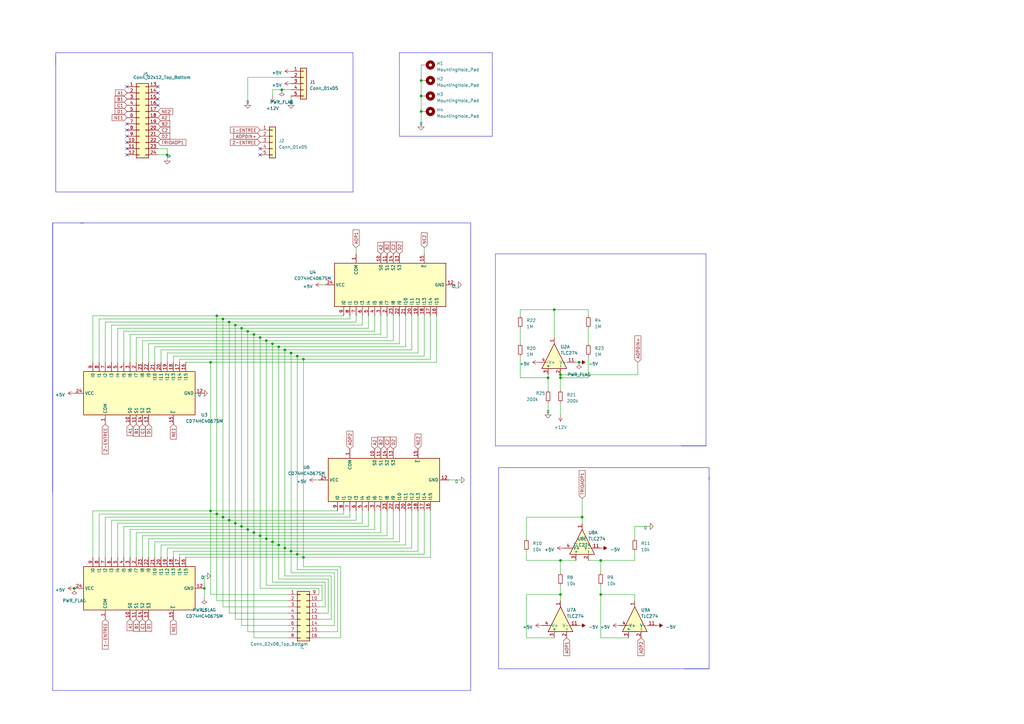
<source format=kicad_sch>
(kicad_sch (version 20230121) (generator eeschema)
  (paper "A3")
  (title_block (title "PCB PEAU") (date "2023-11-14") (rev "1.0"))
  (lib_symbols
    (symbol "74xx:CD74HC4067SM"
      (property "Reference" "U" (at -8.89 22.86 0))
      (property "Value" "CD74HC4067SM" (at 1.27 22.86 0))
      (symbol "CD74HC4067SM_0_1"
        (rectangle (start -8.89 21.59) (end 8.89 -24.13) (stroke (width 0.254)) (fill (type background)))
      )
      (symbol "CD74HC4067SM_1_1"
        (pin passive line (at -12.7 12.7 0) (length 3.81) (name "COM") (number "1"))
        (pin input line (at -12.7 2.54 0) (length 3.81) (name "S0") (number "10"))
        (pin input line (at -12.7 0 0) (length 3.81) (name "S1") (number "11"))
        (pin power_in line (at 0 -27.94 90) (length 3.81) (name "GND") (number "12"))
        (pin input line (at -12.7 -5.08 0) (length 3.81) (name "S3") (number "13"))
        (pin input line (at -12.7 -2.54 0) (length 3.81) (name "S2") (number "14"))
        (pin input line (at -12.7 -15.24 0) (length 3.81) (name "~{E}") (number "15"))
        (pin passive line (at 12.7 -20.32 180) (length 3.81) (name "I15") (number "16"))
        (pin passive line (at 12.7 -17.78 180) (length 3.81) (name "I14") (number "17"))
        (pin passive line (at 12.7 -15.24 180) (length 3.81) (name "I13") (number "18"))
        (pin passive line (at 12.7 -12.7 180) (length 3.81) (name "I12") (number "19"))
        (pin passive line (at 12.7 0 180) (length 3.81) (name "I7") (number "2"))
        (pin passive line (at 12.7 -10.16 180) (length 3.81) (name "I11") (number "20"))
        (pin passive line (at 12.7 -7.62 180) (length 3.81) (name "I10") (number "21"))
        (pin passive line (at 12.7 -5.08 180) (length 3.81) (name "I9") (number "22"))
        (pin passive line (at 12.7 -2.54 180) (length 3.81) (name "I8") (number "23"))
        (pin power_in line (at 0 25.4 270) (length 3.81) (name "VCC") (number "24"))
        (pin passive line (at 12.7 2.54 180) (length 3.81) (name "I6") (number "3"))
        (pin passive line (at 12.7 5.08 180) (length 3.81) (name "I5") (number "4"))
        (pin passive line (at 12.7 7.62 180) (length 3.81) (name "I4") (number "5"))
        (pin passive line (at 12.7 10.16 180) (length 3.81) (name "I3") (number "6"))
        (pin passive line (at 12.7 12.7 180) (length 3.81) (name "I2") (number "7"))
        (pin passive line (at 12.7 15.24 180) (length 3.81) (name "I1") (number "8"))
        (pin passive line (at 12.7 17.78 180) (length 3.81) (name "I0") (number "9"))
      )
    )
    (symbol "Amplifier_Operational:TLC274" (pin_names (offset 0.127))
      (property "Reference" "U" (at 0 5.08 0))
      (property "Value" "TLC274" (at 0 -5.08 0))
      (symbol "TLC274_1_1"
        (polyline (pts (xy -5.08 5.08) (xy 5.08 0) (xy -5.08 -5.08) (xy -5.08 5.08)) (stroke (width 0.254)) (fill (type background)))
        (pin output line (at 7.62 0 180) (length 2.54) (name "~") (number "1"))
        (pin input line (at -7.62 -2.54 0) (length 2.54) (name "-") (number "2"))
        (pin input line (at -7.62 2.54 0) (length 2.54) (name "+") (number "3"))
      )
      (symbol "TLC274_2_1"
        (polyline (pts (xy -5.08 5.08) (xy 5.08 0) (xy -5.08 -5.08) (xy -5.08 5.08)) (stroke (width 0.254)) (fill (type background)))
        (pin input line (at -7.62 2.54 0) (length 2.54) (name "+") (number "5"))
        (pin input line (at -7.62 -2.54 0) (length 2.54) (name "-") (number "6"))
        (pin output line (at 7.62 0 180) (length 2.54) (name "~") (number "7"))
      )
      (symbol "TLC274_3_1"
        (polyline (pts (xy -5.08 5.08) (xy 5.08 0) (xy -5.08 -5.08) (xy -5.08 5.08)) (stroke (width 0.254)) (fill (type background)))
        (pin input line (at -7.62 2.54 0) (length 2.54) (name "+") (number "10"))
        (pin output line (at 7.62 0 180) (length 2.54) (name "~") (number "8"))
        (pin input line (at -7.62 -2.54 0) (length 2.54) (name "-") (number "9"))
      )
      (symbol "TLC274_4_1"
        (polyline (pts (xy -5.08 5.08) (xy 5.08 0) (xy -5.08 -5.08) (xy -5.08 5.08)) (stroke (width 0.254)) (fill (type background)))
        (pin input line (at -7.62 2.54 0) (length 2.54) (name "+") (number "12"))
        (pin input line (at -7.62 -2.54 0) (length 2.54) (name "-") (number "13"))
        (pin output line (at 7.62 0 180) (length 2.54) (name "~") (number "14"))
      )
      (symbol "TLC274_5_1"
        (pin power_in line (at -2.54 -7.62 90) (length 3.81) (name "V-") (number "11"))
        (pin power_in line (at -2.54 7.62 270) (length 3.81) (name "V+") (number "4"))
      )
    )
    (symbol "Connector_Generic:Conn_01x05" (pin_names (offset 1.016) hide)
      (property "Reference" "J" (at 0 7.62 0))
      (property "Value" "Conn_01x05" (at 0 -7.62 0))
      (symbol "Conn_01x05_1_1"
        (rectangle (start -1.27 -4.953) (end 0 -5.207) (stroke (width 0.1524)))
        (rectangle (start -1.27 -2.413) (end 0 -2.667) (stroke (width 0.1524)))
        (rectangle (start -1.27 0.127) (end 0 -0.127) (stroke (width 0.1524)))
        (rectangle (start -1.27 2.667) (end 0 2.413) (stroke (width 0.1524)))
        (rectangle (start -1.27 5.207) (end 0 4.953) (stroke (width 0.1524)))
        (rectangle (start -1.27 6.35) (end 1.27 -6.35) (stroke (width 0.254)) (fill (type background)))
        (pin passive line (at -5.08 5.08 0) (length 3.81) (name "Pin_1") (number "1"))
        (pin passive line (at -5.08 2.54 0) (length 3.81) (name "Pin_2") (number "2"))
        (pin passive line (at -5.08 0 0) (length 3.81) (name "Pin_3") (number "3"))
        (pin passive line (at -5.08 -2.54 0) (length 3.81) (name "Pin_4") (number "4"))
        (pin passive line (at -5.08 -5.08 0) (length 3.81) (name "Pin_5") (number "5"))
      )
    )
    (symbol "Connector_Generic:Conn_02x08_Top_Bottom" (pin_names (offset 1.016) hide)
      (property "Reference" "J" (at 1.27 10.16 0))
      (property "Value" "Conn_02x08_Top_Bottom" (at 1.27 -12.7 0))
      (symbol "Conn_02x08_Top_Bottom_1_1"
        (rectangle (start -1.27 -10.033) (end 0 -10.287) (stroke (width 0.1524)))
        (rectangle (start -1.27 -7.493) (end 0 -7.747) (stroke (width 0.1524)))
        (rectangle (start -1.27 -4.953) (end 0 -5.207) (stroke (width 0.1524)))
        (rectangle (start -1.27 -2.413) (end 0 -2.667) (stroke (width 0.1524)))
        (rectangle (start -1.27 0.127) (end 0 -0.127) (stroke (width 0.1524)))
        (rectangle (start -1.27 2.667) (end 0 2.413) (stroke (width 0.1524)))
        (rectangle (start -1.27 5.207) (end 0 4.953) (stroke (width 0.1524)))
        (rectangle (start -1.27 7.747) (end 0 7.493) (stroke (width 0.1524)))
        (rectangle (start -1.27 8.89) (end 3.81 -11.43) (stroke (width 0.254)) (fill (type background)))
        (rectangle (start 3.81 -10.033) (end 2.54 -10.287) (stroke (width 0.1524)))
        (rectangle (start 3.81 -7.493) (end 2.54 -7.747) (stroke (width 0.1524)))
        (rectangle (start 3.81 -4.953) (end 2.54 -5.207) (stroke (width 0.1524)))
        (rectangle (start 3.81 -2.413) (end 2.54 -2.667) (stroke (width 0.1524)))
        (rectangle (start 3.81 0.127) (end 2.54 -0.127) (stroke (width 0.1524)))
        (rectangle (start 3.81 2.667) (end 2.54 2.413) (stroke (width 0.1524)))
        (rectangle (start 3.81 5.207) (end 2.54 4.953) (stroke (width 0.1524)))
        (rectangle (start 3.81 7.747) (end 2.54 7.493) (stroke (width 0.1524)))
        (pin passive line (at -5.08 7.62 0) (length 3.81) (name "Pin_1") (number "1"))
        (pin passive line (at 7.62 5.08 180) (length 3.81) (name "Pin_10") (number "10"))
        (pin passive line (at 7.62 2.54 180) (length 3.81) (name "Pin_11") (number "11"))
        (pin passive line (at 7.62 0 180) (length 3.81) (name "Pin_12") (number "12"))
        (pin passive line (at 7.62 -2.54 180) (length 3.81) (name "Pin_13") (number "13"))
        (pin passive line (at 7.62 -5.08 180) (length 3.81) (name "Pin_14") (number "14"))
        (pin passive line (at 7.62 -7.62 180) (length 3.81) (name "Pin_15") (number "15"))
        (pin passive line (at 7.62 -10.16 180) (length 3.81) (name "Pin_16") (number "16"))
        (pin passive line (at -5.08 5.08 0) (length 3.81) (name "Pin_2") (number "2"))
        (pin passive line (at -5.08 2.54 0) (length 3.81) (name "Pin_3") (number "3"))
        (pin passive line (at -5.08 0 0) (length 3.81) (name "Pin_4") (number "4"))
        (pin passive line (at -5.08 -2.54 0) (length 3.81) (name "Pin_5") (number "5"))
        (pin passive line (at -5.08 -5.08 0) (length 3.81) (name "Pin_6") (number "6"))
        (pin passive line (at -5.08 -7.62 0) (length 3.81) (name "Pin_7") (number "7"))
        (pin passive line (at -5.08 -10.16 0) (length 3.81) (name "Pin_8") (number "8"))
        (pin passive line (at 7.62 7.62 180) (length 3.81) (name "Pin_9") (number "9"))
      )
    )
    (symbol "Connector_Generic:Conn_02x12_Top_Bottom" (pin_names (offset 1.016) hide)
      (property "Reference" "J" (at 1.27 15.24 0))
      (property "Value" "Conn_02x12_Top_Bottom" (at 1.27 -17.78 0))
      (symbol "Conn_02x12_Top_Bottom_1_1"
        (rectangle (start -1.27 -15.113) (end 0 -15.367) (stroke (width 0.1524)))
        (rectangle (start -1.27 -12.573) (end 0 -12.827) (stroke (width 0.1524)))
        (rectangle (start -1.27 -10.033) (end 0 -10.287) (stroke (width 0.1524)))
        (rectangle (start -1.27 -7.493) (end 0 -7.747) (stroke (width 0.1524)))
        (rectangle (start -1.27 -4.953) (end 0 -5.207) (stroke (width 0.1524)))
        (rectangle (start -1.27 -2.413) (end 0 -2.667) (stroke (width 0.1524)))
        (rectangle (start -1.27 0.127) (end 0 -0.127) (stroke (width 0.1524)))
        (rectangle (start -1.27 2.667) (end 0 2.413) (stroke (width 0.1524)))
        (rectangle (start -1.27 5.207) (end 0 4.953) (stroke (width 0.1524)))
        (rectangle (start -1.27 7.747) (end 0 7.493) (stroke (width 0.1524)))
        (rectangle (start -1.27 10.287) (end 0 10.033) (stroke (width 0.1524)))
        (rectangle (start -1.27 12.827) (end 0 12.573) (stroke (width 0.1524)))
        (rectangle (start -1.27 13.97) (end 3.81 -16.51) (stroke (width 0.254)) (fill (type background)))
        (rectangle (start 3.81 -15.113) (end 2.54 -15.367) (stroke (width 0.1524)))
        (rectangle (start 3.81 -12.573) (end 2.54 -12.827) (stroke (width 0.1524)))
        (rectangle (start 3.81 -10.033) (end 2.54 -10.287) (stroke (width 0.1524)))
        (rectangle (start 3.81 -7.493) (end 2.54 -7.747) (stroke (width 0.1524)))
        (rectangle (start 3.81 -4.953) (end 2.54 -5.207) (stroke (width 0.1524)))
        (rectangle (start 3.81 -2.413) (end 2.54 -2.667) (stroke (width 0.1524)))
        (rectangle (start 3.81 0.127) (end 2.54 -0.127) (stroke (width 0.1524)))
        (rectangle (start 3.81 2.667) (end 2.54 2.413) (stroke (width 0.1524)))
        (rectangle (start 3.81 5.207) (end 2.54 4.953) (stroke (width 0.1524)))
        (rectangle (start 3.81 7.747) (end 2.54 7.493) (stroke (width 0.1524)))
        (rectangle (start 3.81 10.287) (end 2.54 10.033) (stroke (width 0.1524)))
        (rectangle (start 3.81 12.827) (end 2.54 12.573) (stroke (width 0.1524)))
        (pin passive line (at -5.08 12.7 0) (length 3.81) (name "Pin_1") (number "1"))
        (pin passive line (at -5.08 -10.16 0) (length 3.81) (name "Pin_10") (number "10"))
        (pin passive line (at -5.08 -12.7 0) (length 3.81) (name "Pin_11") (number "11"))
        (pin passive line (at -5.08 -15.24 0) (length 3.81) (name "Pin_12") (number "12"))
        (pin passive line (at 7.62 12.7 180) (length 3.81) (name "Pin_13") (number "13"))
        (pin passive line (at 7.62 10.16 180) (length 3.81) (name "Pin_14") (number "14"))
        (pin passive line (at 7.62 7.62 180) (length 3.81) (name "Pin_15") (number "15"))
        (pin passive line (at 7.62 5.08 180) (length 3.81) (name "Pin_16") (number "16"))
        (pin passive line (at 7.62 2.54 180) (length 3.81) (name "Pin_17") (number "17"))
        (pin passive line (at 7.62 0 180) (length 3.81) (name "Pin_18") (number "18"))
        (pin passive line (at 7.62 -2.54 180) (length 3.81) (name "Pin_19") (number "19"))
        (pin passive line (at -5.08 10.16 0) (length 3.81) (name "Pin_2") (number "2"))
        (pin passive line (at 7.62 -5.08 180) (length 3.81) (name "Pin_20") (number "20"))
        (pin passive line (at 7.62 -7.62 180) (length 3.81) (name "Pin_21") (number "21"))
        (pin passive line (at 7.62 -10.16 180) (length 3.81) (name "Pin_22") (number "22"))
        (pin passive line (at 7.62 -12.7 180) (length 3.81) (name "Pin_23") (number "23"))
        (pin passive line (at 7.62 -15.24 180) (length 3.81) (name "Pin_24") (number "24"))
        (pin passive line (at -5.08 7.62 0) (length 3.81) (name "Pin_3") (number "3"))
        (pin passive line (at -5.08 5.08 0) (length 3.81) (name "Pin_4") (number "4"))
        (pin passive line (at -5.08 2.54 0) (length 3.81) (name "Pin_5") (number "5"))
        (pin passive line (at -5.08 0 0) (length 3.81) (name "Pin_6") (number "6"))
        (pin passive line (at -5.08 -2.54 0) (length 3.81) (name "Pin_7") (number "7"))
        (pin passive line (at -5.08 -5.08 0) (length 3.81) (name "Pin_8") (number "8"))
        (pin passive line (at -5.08 -7.62 0) (length 3.81) (name "Pin_9") (number "9"))
      )
    )
    (symbol "Device:R_Small" (pin_numbers hide) (pin_names (offset 0.254) hide)
      (property "Reference" "R" (at 0.762 0.508 0))
      (property "Value" "R_Small" (at 0.762 -1.016 0))
      (symbol "R_Small_0_1"
        (rectangle (start -0.762 1.778) (end 0.762 -1.778) (stroke (width 0.2032)))
      )
      (symbol "R_Small_1_1"
        (pin passive line (at 0 2.54 270) (length 0.762) (name "~") (number "1"))
        (pin passive line (at 0 -2.54 90) (length 0.762) (name "~") (number "2"))
      )
    )
    (symbol "Mechanical:MountingHole_Pad" (pin_numbers hide) (pin_names (offset 1.016) hide)
      (property "Reference" "H" (at 0 6.35 0))
      (property "Value" "MountingHole_Pad" (at 0 4.445 0))
      (symbol "MountingHole_Pad_0_1"
        (circle (center 0 1.27) (radius 1.27) (stroke (width 1.27)))
      )
      (symbol "MountingHole_Pad_1_1"
        (pin input line (at 0 -2.54 90) (length 2.54) (name "1") (number "1"))
      )
    )
    (symbol "Simulation_SPICE:0" (power) (pin_names (offset 0))
      (property "Value" "0" (at 0 -1.778 0))
      (symbol "0_0_1"
        (polyline (pts (xy -1.27 0) (xy 0 -1.27) (xy 1.27 0) (xy -1.27 0)))
      )
      (symbol "0_1_1"
        (pin power_in line (at 0 0 0) (length 0) hide (name "0") (number "1"))
      )
    )
    (symbol "power:+12V" (power) (pin_names (offset 0))
      (property "Value" "+12V" (at 0 3.556 0))
      (symbol "+12V_0_1"
        (polyline (pts (xy -0.762 1.27) (xy 0 2.54)))
        (polyline (pts (xy 0 0) (xy 0 2.54)))
        (polyline (pts (xy 0 2.54) (xy 0.762 1.27)))
      )
      (symbol "+12V_1_1"
        (pin power_in line (at 0 0 90) (length 0) hide (name "+12V") (number "1"))
      )
    )
    (symbol "power:+5V" (power) (pin_names (offset 0))
      (property "Value" "+5V" (at 0 3.556 0))
      (symbol "+5V_0_1"
        (polyline (pts (xy -0.762 1.27) (xy 0 2.54)))
        (polyline (pts (xy 0 0) (xy 0 2.54)))
        (polyline (pts (xy 0 2.54) (xy 0.762 1.27)))
      )
      (symbol "+5V_1_1"
        (pin power_in line (at 0 0 90) (length 0) hide (name "+5V") (number "1"))
      )
    )
    (symbol "power:-5V" (power) (pin_names (offset 0))
      (property "Value" "-5V" (at 0 3.81 0))
      (symbol "-5V_0_0"
        (pin power_in line (at 0 0 90) (length 0) hide (name "-5V") (number "1"))
      )
      (symbol "-5V_0_1"
        (polyline (pts (xy 0 0) (xy 0 1.27) (xy 0.762 1.27) (xy 0 2.54) (xy -0.762 1.27) (xy 0 1.27)) (fill (type outline)))
      )
    )
    (symbol "power:PWR_FLAG" (power) (pin_numbers hide) (pin_names (offset 0) hide)
      (property "Value" "PWR_FLAG" (at 0 3.81 0))
      (symbol "PWR_FLAG_0_0"
        (pin power_out line (at 0 0 90) (length 0) (name "pwr") (number "1"))
      )
      (symbol "PWR_FLAG_0_1"
        (polyline (pts (xy 0 0) (xy 0 1.27) (xy -1.016 1.905) (xy 0 2.54) (xy 1.016 1.905) (xy 0 1.27)))
      )
    )
  )
  (junction (at 68.58 63.5))
  (junction (at 229.87 153.67))
  (junction (at 93.98 132.08))
  (junction (at 93.98 213.36))
  (junction (at 172.72 39.37))
  (junction (at 114.3 223.52))
  (junction (at 116.84 224.79))
  (junction (at 109.22 220.98))
  (junction (at 114.3 142.24))
  (junction (at 101.6 135.89))
  (junction (at 119.38 144.78))
  (junction (at 99.06 215.9))
  (junction (at 172.72 45.72))
  (junction (at 91.44 130.81))
  (junction (at 88.9 210.82))
  (junction (at 246.38 229.87))
  (junction (at 109.22 139.7))
  (junction (at 116.84 143.51))
  (junction (at 83.82 241.3))
  (junction (at 101.6 217.17))
  (junction (at 115.57 36.83))
  (junction (at 229.87 154.94))
  (junction (at 246.38 243.84))
  (junction (at 96.52 133.35))
  (junction (at 106.68 138.43))
  (junction (at 88.9 129.54))
  (junction (at 229.87 243.84))
  (junction (at 30.48 241.3))
  (junction (at 172.72 33.02))
  (junction (at 121.92 227.33))
  (junction (at 124.46 228.6))
  (junction (at 86.36 148.59))
  (junction (at 86.36 209.55))
  (junction (at 91.44 212.09))
  (junction (at 106.68 219.71))
  (junction (at 124.46 147.32))
  (junction (at 111.76 222.25))
  (junction (at 237.49 148.59))
  (junction (at 121.92 146.05))
  (junction (at 104.14 218.44))
  (junction (at 99.06 134.62))
  (junction (at 238.76 212.09))
  (junction (at 224.79 154.94))
  (junction (at 229.87 229.87))
  (junction (at 111.76 140.97))
  (junction (at 119.38 226.06))
  (junction (at 227.33 127))
  (junction (at 104.14 137.16))
  (junction (at 96.52 214.63))
  (no_connect (at 64.77 40.64))
  (no_connect (at 52.07 60.96))
  (no_connect (at 52.07 35.56))
  (no_connect (at 106.68 63.5))
  (no_connect (at 52.07 53.34))
  (no_connect (at 52.07 58.42))
  (no_connect (at 106.68 60.96))
  (no_connect (at 52.07 55.88))
  (no_connect (at 64.77 38.1))
  (no_connect (at 64.77 35.56))
  (no_connect (at 52.07 50.8))
  (no_connect (at 64.77 43.18))
  (no_connect (at 52.07 63.5))
  (wire (pts (xy 96.52 133.35) (xy 96.52 214.63)))
  (wire (pts (xy 121.92 227.33) (xy 173.99 227.33)))
  (wire (pts (xy 166.37 223.52) (xy 166.37 209.55)))
  (wire (pts (xy 55.88 218.44) (xy 104.14 218.44)))
  (wire (pts (xy 93.98 132.08) (xy 146.05 132.08)))
  (wire (pts (xy 138.43 233.68) (xy 138.43 259.08)))
  (wire (pts (xy 53.34 217.17) (xy 101.6 217.17)))
  (wire (pts (xy 109.22 220.98) (xy 161.29 220.98)))
  (wire (pts (xy 60.96 140.97) (xy 111.76 140.97)))
  (wire (pts (xy 111.76 140.97) (xy 163.83 140.97)))
  (wire (pts (xy 133.35 116.84) (xy 132.08 116.84)))
  (wire (pts (xy 116.84 224.79) (xy 168.91 224.79)))
  (wire (pts (xy 50.8 228.6) (xy 50.8 215.9)))
  (wire (pts (xy 143.51 212.09) (xy 143.51 209.55)))
  (wire (pts (xy 91.44 212.09) (xy 91.44 248.92)))
  (wire (pts (xy 139.7 232.41) (xy 139.7 261.62)))
  (wire (pts (xy 104.14 137.16) (xy 156.21 137.16)))
  (wire (pts (xy 171.45 144.78) (xy 171.45 129.54)))
  (wire (pts (xy 121.92 146.05) (xy 121.92 227.33)))
  (wire (pts (xy 114.3 142.24) (xy 114.3 223.52)))
  (wire (pts (xy 111.76 238.76) (xy 133.35 238.76)))
  (wire (pts (xy 45.72 213.36) (xy 93.98 213.36)))
  (wire (pts (xy 238.76 212.09) (xy 238.76 214.63)))
  (wire (pts (xy 119.38 31.75) (xy 101.6 31.75)))
  (wire (pts (xy 114.3 223.52) (xy 166.37 223.52)))
  (wire (pts (xy 187.96 118.11) (xy 186.69 118.11)))
  (wire (pts (xy 83.82 241.3) (xy 83.82 245.11)))
  (wire (pts (xy 260.35 215.9) (xy 266.7 215.9)))
  (wire (pts (xy 71.12 148.59) (xy 71.12 146.05)))
  (wire (pts (xy 64.77 60.96) (xy 68.58 60.96)))
  (polyline (pts (xy 34.29 91.44) (xy 21.59 91.44)))
  (wire (pts (xy 186.69 118.11) (xy 186.69 116.84)))
  (wire (pts (xy 109.22 139.7) (xy 161.29 139.7)))
  (wire (pts (xy 48.26 148.59) (xy 48.26 134.62)))
  (wire (pts (xy 158.75 138.43) (xy 158.75 129.54)))
  (wire (pts (xy 189.23 196.85) (xy 184.15 196.85)))
  (wire (pts (xy 48.26 134.62) (xy 99.06 134.62)))
  (wire (pts (xy 40.64 210.82) (xy 88.9 210.82)))
  (wire (pts (xy 104.14 261.62) (xy 118.11 261.62)))
  (wire (pts (xy 237.49 148.59) (xy 236.22 148.59)))
  (wire (pts (xy 146.05 132.08) (xy 146.05 129.54)))
  (polyline (pts (xy 290.83 274.32) (xy 204.47 274.32)))
  (wire (pts (xy 111.76 36.83) (xy 115.57 36.83)))
  (wire (pts (xy 227.33 261.62) (xy 215.9 261.62)))
  (wire (pts (xy 86.36 148.59) (xy 86.36 209.55)))
  (wire (pts (xy 135.89 254) (xy 130.81 254)))
  (wire (pts (xy 58.42 228.6) (xy 58.42 219.71)))
  (wire (pts (xy 63.5 142.24) (xy 114.3 142.24)))
  (wire (pts (xy 38.1 129.54) (xy 88.9 129.54)))
  (wire (pts (xy 213.36 127) (xy 227.33 127)))
  (wire (pts (xy 260.35 243.84) (xy 246.38 243.84)))
  (wire (pts (xy 53.34 148.59) (xy 53.34 137.16)))
  (wire (pts (xy 130.81 251.46) (xy 134.62 251.46)))
  (wire (pts (xy 101.6 135.89) (xy 153.67 135.89)))
  (wire (pts (xy 43.18 148.59) (xy 43.18 132.08)))
  (wire (pts (xy 124.46 232.41) (xy 139.7 232.41)))
  (wire (pts (xy 176.53 228.6) (xy 176.53 209.55)))
  (wire (pts (xy 173.99 146.05) (xy 173.99 129.54)))
  (wire (pts (xy 224.79 165.1) (xy 224.79 170.18)))
  (wire (pts (xy 124.46 228.6) (xy 124.46 232.41)))
  (wire (pts (xy 119.38 226.06) (xy 119.38 234.95)))
  (wire (pts (xy 76.2 148.59) (xy 86.36 148.59)))
  (wire (pts (xy 111.76 222.25) (xy 163.83 222.25)))
  (wire (pts (xy 38.1 228.6) (xy 38.1 209.55)))
  (wire (pts (xy 229.87 229.87) (xy 215.9 229.87)))
  (polyline (pts (xy 22.86 78.74) (xy 144.78 78.74)))
  (polyline (pts (xy 201.93 55.88) (xy 163.83 55.88)))
  (wire (pts (xy 104.14 137.16) (xy 104.14 218.44)))
  (wire (pts (xy 68.58 224.79) (xy 116.84 224.79)))
  (wire (pts (xy 73.66 227.33) (xy 121.92 227.33)))
  (wire (pts (xy 121.92 233.68) (xy 138.43 233.68)))
  (wire (pts (xy 215.9 261.62) (xy 215.9 243.84)))
  (wire (pts (xy 114.3 237.49) (xy 134.62 237.49)))
  (wire (pts (xy 96.52 214.63) (xy 96.52 254)))
  (wire (pts (xy 85.09 236.22) (xy 83.82 236.22)))
  (wire (pts (xy 246.38 261.62) (xy 246.38 243.84)))
  (wire (pts (xy 146.05 213.36) (xy 146.05 209.55)))
  (wire (pts (xy 215.9 220.98) (xy 215.9 212.09)))
  (wire (pts (xy 66.04 148.59) (xy 66.04 143.51)))
  (wire (pts (xy 111.76 222.25) (xy 111.76 238.76)))
  (wire (pts (xy 124.46 147.32) (xy 176.53 147.32)))
  (wire (pts (xy 137.16 256.54) (xy 130.81 256.54)))
  (wire (pts (xy 114.3 142.24) (xy 166.37 142.24)))
  (wire (pts (xy 116.84 224.79) (xy 116.84 236.22)))
  (polyline (pts (xy 193.04 283.21) (xy 21.59 283.21)))
  (wire (pts (xy 83.82 236.22) (xy 83.82 241.3)))
  (wire (pts (xy 115.57 36.83) (xy 119.38 36.83)))
  (wire (pts (xy 132.08 246.38) (xy 130.81 246.38)))
  (wire (pts (xy 172.72 39.37) (xy 172.72 45.72)))
  (wire (pts (xy 91.44 212.09) (xy 143.51 212.09)))
  (wire (pts (xy 76.2 228.6) (xy 124.46 228.6)))
  (wire (pts (xy 172.72 26.67) (xy 172.72 33.02)))
  (wire (pts (xy 73.66 147.32) (xy 124.46 147.32)))
  (wire (pts (xy 104.14 218.44) (xy 104.14 261.62)))
  (wire (pts (xy 241.3 229.87) (xy 246.38 229.87)))
  (wire (pts (xy 229.87 240.03) (xy 229.87 243.84)))
  (polyline (pts (xy 144.78 21.59) (xy 22.86 21.59)))
  (wire (pts (xy 119.38 144.78) (xy 119.38 226.06)))
  (wire (pts (xy 129.54 196.85) (xy 130.81 196.85)))
  (polyline (pts (xy 204.47 274.32) (xy 204.47 195.58)))
  (wire (pts (xy 229.87 229.87) (xy 229.87 234.95)))
  (wire (pts (xy 238.76 204.47) (xy 238.76 212.09)))
  (wire (pts (xy 151.13 209.55) (xy 151.13 215.9)))
  (wire (pts (xy 173.99 101.6) (xy 173.99 104.14)))
  (polyline (pts (xy 201.93 21.59) (xy 201.93 55.88)))
  (wire (pts (xy 148.59 209.55) (xy 148.59 214.63)))
  (wire (pts (xy 63.5 228.6) (xy 63.5 222.25)))
  (wire (pts (xy 148.59 133.35) (xy 148.59 129.54)))
  (wire (pts (xy 241.3 127) (xy 241.3 129.54)))
  (wire (pts (xy 173.99 227.33) (xy 173.99 209.55)))
  (polyline (pts (xy 163.83 21.59) (xy 201.93 21.59)))
  (wire (pts (xy 119.38 234.95) (xy 137.16 234.95)))
  (wire (pts (xy 260.35 229.87) (xy 260.35 226.06)))
  (wire (pts (xy 73.66 228.6) (xy 73.66 227.33)))
  (wire (pts (xy 71.12 146.05) (xy 121.92 146.05)))
  (wire (pts (xy 58.42 219.71) (xy 106.68 219.71)))
  (wire (pts (xy 88.9 210.82) (xy 88.9 246.38)))
  (wire (pts (xy 43.18 228.6) (xy 43.18 212.09)))
  (wire (pts (xy 109.22 220.98) (xy 109.22 240.03)))
  (wire (pts (xy 45.72 228.6) (xy 45.72 213.36)))
  (wire (pts (xy 215.9 243.84) (xy 229.87 243.84)))
  (wire (pts (xy 99.06 215.9) (xy 99.06 256.54)))
  (wire (pts (xy 45.72 148.59) (xy 45.72 133.35)))
  (wire (pts (xy 68.58 148.59) (xy 68.58 144.78)))
  (wire (pts (xy 38.1 209.55) (xy 86.36 209.55)))
  (wire (pts (xy 153.67 129.54) (xy 153.67 135.89)))
  (wire (pts (xy 88.9 210.82) (xy 140.97 210.82)))
  (polyline (pts (xy 203.2 104.14) (xy 289.56 104.14)))
  (wire (pts (xy 229.87 153.67) (xy 229.87 154.94)))
  (wire (pts (xy 261.62 148.59) (xy 261.62 153.67)))
  (wire (pts (xy 66.04 223.52) (xy 114.3 223.52)))
  (polyline (pts (xy 289.56 182.88) (xy 203.2 182.88)))
  (wire (pts (xy 114.3 223.52) (xy 114.3 237.49)))
  (wire (pts (xy 168.91 143.51) (xy 168.91 129.54)))
  (wire (pts (xy 119.38 39.37) (xy 119.38 43.18)))
  (wire (pts (xy 106.68 219.71) (xy 106.68 241.3)))
  (wire (pts (xy 168.91 224.79) (xy 168.91 209.55)))
  (wire (pts (xy 133.35 248.92) (xy 130.81 248.92)))
  (wire (pts (xy 153.67 217.17) (xy 153.67 209.55)))
  (wire (pts (xy 101.6 135.89) (xy 101.6 217.17)))
  (wire (pts (xy 215.9 229.87) (xy 215.9 226.06)))
  (wire (pts (xy 161.29 220.98) (xy 161.29 209.55)))
  (wire (pts (xy 43.18 132.08) (xy 93.98 132.08)))
  (wire (pts (xy 158.75 219.71) (xy 158.75 209.55)))
  (polyline (pts (xy 33.02 91.44) (xy 193.04 91.44)))
  (wire (pts (xy 55.88 228.6) (xy 55.88 218.44)))
  (wire (pts (xy 43.18 212.09) (xy 91.44 212.09)))
  (wire (pts (xy 48.26 214.63) (xy 96.52 214.63)))
  (wire (pts (xy 227.33 127) (xy 227.33 138.43)))
  (wire (pts (xy 96.52 133.35) (xy 148.59 133.35)))
  (wire (pts (xy 236.22 229.87) (xy 229.87 229.87)))
  (wire (pts (xy 55.88 148.59) (xy 55.88 138.43)))
  (wire (pts (xy 132.08 240.03) (xy 132.08 246.38)))
  (wire (pts (xy 71.12 226.06) (xy 119.38 226.06)))
  (polyline (pts (xy 204.47 191.77) (xy 290.83 191.77)))
  (wire (pts (xy 146.05 101.6) (xy 146.05 104.14)))
  (wire (pts (xy 88.9 129.54) (xy 88.9 210.82)))
  (wire (pts (xy 86.36 148.59) (xy 179.07 148.59)))
  (wire (pts (xy 163.83 140.97) (xy 163.83 129.54)))
  (wire (pts (xy 96.52 214.63) (xy 148.59 214.63)))
  (wire (pts (xy 50.8 148.59) (xy 50.8 135.89)))
  (wire (pts (xy 109.22 139.7) (xy 109.22 220.98)))
  (wire (pts (xy 104.14 218.44) (xy 156.21 218.44)))
  (wire (pts (xy 68.58 60.96) (xy 68.58 63.5)))
  (wire (pts (xy 137.16 234.95) (xy 137.16 256.54)))
  (wire (pts (xy 111.76 39.37) (xy 111.76 36.83)))
  (wire (pts (xy 143.51 129.54) (xy 143.51 130.81)))
  (wire (pts (xy 116.84 143.51) (xy 168.91 143.51)))
  (wire (pts (xy 93.98 213.36) (xy 93.98 251.46)))
  (polyline (pts (xy 279.4 182.88) (xy 289.56 182.88)))
  (wire (pts (xy 86.36 209.55) (xy 86.36 243.84)))
  (wire (pts (xy 99.06 134.62) (xy 151.13 134.62)))
  (wire (pts (xy 224.79 154.94) (xy 224.79 160.02)))
  (polyline (pts (xy 280.67 274.32) (xy 290.83 274.32)))
  (wire (pts (xy 229.87 154.94) (xy 229.87 160.02)))
  (wire (pts (xy 134.62 237.49) (xy 134.62 251.46)))
  (wire (pts (xy 260.35 246.38) (xy 260.35 243.84)))
  (wire (pts (xy 151.13 129.54) (xy 151.13 134.62)))
  (wire (pts (xy 106.68 138.43) (xy 158.75 138.43)))
  (wire (pts (xy 257.81 261.62) (xy 246.38 261.62)))
  (wire (pts (xy 88.9 129.54) (xy 140.97 129.54)))
  (wire (pts (xy 116.84 236.22) (xy 135.89 236.22)))
  (wire (pts (xy 179.07 148.59) (xy 179.07 129.54)))
  (wire (pts (xy 176.53 147.32) (xy 176.53 129.54)))
  (wire (pts (xy 227.33 127) (xy 241.3 127)))
  (wire (pts (xy 64.77 63.5) (xy 68.58 63.5)))
  (wire (pts (xy 99.06 256.54) (xy 118.11 256.54)))
  (wire (pts (xy 109.22 240.03) (xy 132.08 240.03)))
  (wire (pts (xy 68.58 63.5) (xy 68.58 66.04)))
  (wire (pts (xy 260.35 220.98) (xy 260.35 215.9)))
  (wire (pts (xy 229.87 243.84) (xy 229.87 246.38)))
  (wire (pts (xy 63.5 148.59) (xy 63.5 142.24)))
  (wire (pts (xy 60.96 220.98) (xy 109.22 220.98)))
  (wire (pts (xy 135.89 236.22) (xy 135.89 254)))
  (wire (pts (xy 91.44 248.92) (xy 118.11 248.92)))
  (wire (pts (xy 50.8 135.89) (xy 101.6 135.89)))
  (wire (pts (xy 116.84 143.51) (xy 116.84 224.79)))
  (wire (pts (xy 172.72 33.02) (xy 172.72 39.37)))
  (wire (pts (xy 86.36 209.55) (xy 138.43 209.55)))
  (wire (pts (xy 246.38 243.84) (xy 246.38 240.03)))
  (wire (pts (xy 45.72 133.35) (xy 96.52 133.35)))
  (wire (pts (xy 50.8 215.9) (xy 99.06 215.9)))
  (polyline (pts (xy 203.2 182.88) (xy 203.2 104.14)))
  (wire (pts (xy 119.38 144.78) (xy 171.45 144.78)))
  (polyline (pts (xy 21.59 91.44) (xy 21.59 201.93)))
  (wire (pts (xy 91.44 130.81) (xy 143.51 130.81)))
  (wire (pts (xy 86.36 243.84) (xy 118.11 243.84)))
  (wire (pts (xy 121.92 227.33) (xy 121.92 233.68)))
  (wire (pts (xy 130.81 241.3) (xy 130.81 243.84)))
  (wire (pts (xy 138.43 259.08) (xy 130.81 259.08)))
  (wire (pts (xy 60.96 228.6) (xy 60.96 220.98)))
  (wire (pts (xy 91.44 130.81) (xy 91.44 212.09)))
  (polyline (pts (xy 22.86 21.59) (xy 22.86 26.67)))
  (polyline (pts (xy 163.83 21.59) (xy 163.83 55.88)))
  (wire (pts (xy 213.36 129.54) (xy 213.36 127)))
  (wire (pts (xy 246.38 229.87) (xy 246.38 234.95)))
  (wire (pts (xy 140.97 210.82) (xy 140.97 209.55)))
  (wire (pts (xy 93.98 132.08) (xy 93.98 213.36)))
  (wire (pts (xy 124.46 147.32) (xy 124.46 228.6)))
  (wire (pts (xy 172.72 45.72) (xy 172.72 52.07)))
  (wire (pts (xy 68.58 228.6) (xy 68.58 224.79)))
  (wire (pts (xy 96.52 254) (xy 118.11 254)))
  (wire (pts (xy 63.5 222.25) (xy 111.76 222.25)))
  (polyline (pts (xy 290.83 191.77) (xy 290.83 196.85)))
  (wire (pts (xy 246.38 229.87) (xy 260.35 229.87)))
  (wire (pts (xy 166.37 142.24) (xy 166.37 129.54)))
  (wire (pts (xy 58.42 148.59) (xy 58.42 139.7)))
  (wire (pts (xy 213.36 154.94) (xy 224.79 154.94)))
  (wire (pts (xy 40.64 148.59) (xy 40.64 130.81)))
  (wire (pts (xy 93.98 251.46) (xy 118.11 251.46)))
  (wire (pts (xy 139.7 261.62) (xy 130.81 261.62)))
  (polyline (pts (xy 204.47 195.58) (xy 204.47 191.77)))
  (wire (pts (xy 106.68 138.43) (xy 106.68 219.71)))
  (wire (pts (xy 40.64 130.81) (xy 91.44 130.81)))
  (wire (pts (xy 111.76 140.97) (xy 111.76 222.25)))
  (wire (pts (xy 73.66 148.59) (xy 73.66 147.32)))
  (wire (pts (xy 261.62 153.67) (xy 229.87 153.67)))
  (wire (pts (xy 163.83 222.25) (xy 163.83 209.55)))
  (wire (pts (xy 101.6 31.75) (xy 101.6 43.18)))
  (wire (pts (xy 171.45 226.06) (xy 171.45 209.55)))
  (polyline (pts (xy 21.59 91.44) (xy 21.59 283.21)))
  (wire (pts (xy 88.9 246.38) (xy 118.11 246.38)))
  (wire (pts (xy 215.9 212.09) (xy 238.76 212.09)))
  (polyline (pts (xy 290.83 195.58) (xy 290.83 274.32)))
  (wire (pts (xy 66.04 143.51) (xy 116.84 143.51)))
  (wire (pts (xy 66.04 228.6) (xy 66.04 223.52)))
  (wire (pts (xy 124.46 228.6) (xy 176.53 228.6)))
  (wire (pts (xy 119.38 226.06) (xy 171.45 226.06)))
  (wire (pts (xy 241.3 146.05) (xy 241.3 154.94)))
  (wire (pts (xy 101.6 217.17) (xy 153.67 217.17)))
  (wire (pts (xy 161.29 139.7) (xy 161.29 129.54)))
  (wire (pts (xy 121.92 146.05) (xy 173.99 146.05)))
  (wire (pts (xy 133.35 238.76) (xy 133.35 248.92)))
  (wire (pts (xy 58.42 139.7) (xy 109.22 139.7)))
  (wire (pts (xy 99.06 134.62) (xy 99.06 215.9)))
  (wire (pts (xy 99.06 215.9) (xy 151.13 215.9)))
  (wire (pts (xy 224.79 153.67) (xy 224.79 154.94)))
  (wire (pts (xy 156.21 218.44) (xy 156.21 209.55)))
  (wire (pts (xy 40.64 228.6) (xy 40.64 210.82)))
  (polyline (pts (xy 289.56 104.14) (xy 289.56 182.88)))
  (polyline (pts (xy 22.86 22.86) (xy 22.86 78.74)))
  (wire (pts (xy 241.3 134.62) (xy 241.3 140.97)))
  (wire (pts (xy 213.36 146.05) (xy 213.36 154.94)))
  (polyline (pts (xy 144.78 78.74) (xy 144.78 21.59)))
  (wire (pts (xy 55.88 138.43) (xy 106.68 138.43)))
  (wire (pts (xy 38.1 148.59) (xy 38.1 129.54)))
  (wire (pts (xy 187.96 118.11) (xy 187.96 116.84)))
  (wire (pts (xy 93.98 213.36) (xy 146.05 213.36)))
  (wire (pts (xy 241.3 154.94) (xy 229.87 154.94)))
  (wire (pts (xy 101.6 217.17) (xy 101.6 259.08)))
  (wire (pts (xy 106.68 219.71) (xy 158.75 219.71)))
  (wire (pts (xy 60.96 148.59) (xy 60.96 140.97)))
  (wire (pts (xy 229.87 165.1) (xy 229.87 170.18)))
  (wire (pts (xy 101.6 259.08) (xy 118.11 259.08)))
  (polyline (pts (xy 193.04 91.44) (xy 193.04 283.21)))
  (wire (pts (xy 68.58 144.78) (xy 119.38 144.78)))
  (wire (pts (xy 48.26 228.6) (xy 48.26 214.63)))
  (wire (pts (xy 213.36 134.62) (xy 213.36 140.97)))
  (wire (pts (xy 53.34 137.16) (xy 104.14 137.16)))
  (wire (pts (xy 71.12 228.6) (xy 71.12 226.06)))
  (wire (pts (xy 53.34 228.6) (xy 53.34 217.17)))
  (wire (pts (xy 106.68 241.3) (xy 130.81 241.3)))
  (wire (pts (xy 156.21 137.16) (xy 156.21 129.54)))
  (global_label "NE2" (shape input) (at 171.45 184.15 90) (property "Intersheetrefs" "${INTERSHEET_REFS}" (effects hide)))
  (global_label "C2" (shape input) (at 158.75 184.15 90) (property "Intersheetrefs" "${INTERSHEET_REFS}" (effects hide)))
  (global_label "A1" (shape input) (at 53.34 173.99 270) (property "Intersheetrefs" "${INTERSHEET_REFS}" (effects hide)))
  (global_label "C1" (shape input) (at 58.42 254 270) (property "Intersheetrefs" "${INTERSHEET_REFS}" (effects hide)))
  (global_label "AOP2" (shape input) (at 143.51 184.15 90) (property "Intersheetrefs" "${INTERSHEET_REFS}" (effects hide)))
  (global_label "D2" (shape input) (at 161.29 184.15 90) (property "Intersheetrefs" "${INTERSHEET_REFS}" (effects hide)))
  (global_label "2-ENTREE" (shape input) (at 43.18 173.99 270) (property "Intersheetrefs" "${INTERSHEET_REFS}" (effects hide)))
  (global_label "1-ENTREE" (shape input) (at 106.68 53.34 180) (property "Intersheetrefs" "${INTERSHEET_REFS}" (effects hide)))
  (global_label "B1" (shape input) (at 55.88 254 270) (property "Intersheetrefs" "${INTERSHEET_REFS}" (effects hide)))
  (global_label "C2" (shape input) (at 64.77 53.34 0) (property "Intersheetrefs" "${INTERSHEET_REFS}" (effects hide)))
  (global_label "AOP1" (shape input) (at 232.41 261.62 270) (property "Intersheetrefs" "${INTERSHEET_REFS}" (effects hide)))
  (global_label "B1" (shape input) (at 55.88 173.99 270) (property "Intersheetrefs" "${INTERSHEET_REFS}" (effects hide)))
  (global_label "AOP0IN+" (shape input) (at 106.68 55.88 180) (property "Intersheetrefs" "${INTERSHEET_REFS}" (effects hide)))
  (global_label "NE2" (shape input) (at 64.77 45.72 0) (property "Intersheetrefs" "${INTERSHEET_REFS}" (effects hide)))
  (global_label "C1" (shape input) (at 58.42 173.99 270) (property "Intersheetrefs" "${INTERSHEET_REFS}" (effects hide)))
  (global_label "D2" (shape input) (at 163.83 104.14 90) (property "Intersheetrefs" "${INTERSHEET_REFS}" (effects hide)))
  (global_label "B2" (shape input) (at 158.75 104.14 90) (property "Intersheetrefs" "${INTERSHEET_REFS}" (effects hide)))
  (global_label "C1" (shape input) (at 52.07 43.18 180) (property "Intersheetrefs" "${INTERSHEET_REFS}" (effects hide)))
  (global_label "AOP2" (shape input) (at 262.89 261.62 270) (property "Intersheetrefs" "${INTERSHEET_REFS}" (effects hide)))
  (global_label "NE1" (shape input) (at 52.07 48.26 180) (property "Intersheetrefs" "${INTERSHEET_REFS}" (effects hide)))
  (global_label "A1" (shape input) (at 52.07 38.1 180) (property "Intersheetrefs" "${INTERSHEET_REFS}" (effects hide)))
  (global_label "D1" (shape input) (at 60.96 254 270) (property "Intersheetrefs" "${INTERSHEET_REFS}" (effects hide)))
  (global_label "NE1" (shape input) (at 71.12 173.99 270) (property "Intersheetrefs" "${INTERSHEET_REFS}" (effects hide)))
  (global_label "D1" (shape input) (at 52.07 45.72 180) (property "Intersheetrefs" "${INTERSHEET_REFS}" (effects hide)))
  (global_label "2-ENTREE" (shape input) (at 106.68 58.42 180) (property "Intersheetrefs" "${INTERSHEET_REFS}" (effects hide)))
  (global_label "1-ENTREE" (shape input) (at 43.18 254 270) (property "Intersheetrefs" "${INTERSHEET_REFS}" (effects hide)))
  (global_label "NE1" (shape input) (at 71.12 254 270) (property "Intersheetrefs" "${INTERSHEET_REFS}" (effects hide)))
  (global_label "AOP1" (shape input) (at 146.05 101.6 90) (property "Intersheetrefs" "${INTERSHEET_REFS}" (effects hide)))
  (global_label "B2" (shape input) (at 64.77 50.8 0) (property "Intersheetrefs" "${INTERSHEET_REFS}" (effects hide)))
  (global_label "B2" (shape input) (at 156.21 184.15 90) (property "Intersheetrefs" "${INTERSHEET_REFS}" (effects hide)))
  (global_label "A2" (shape input) (at 153.67 184.15 90) (property "Intersheetrefs" "${INTERSHEET_REFS}" (effects hide)))
  (global_label "B1" (shape input) (at 52.07 40.64 180) (property "Intersheetrefs" "${INTERSHEET_REFS}" (effects hide)))
  (global_label "TRIOAOP1" (shape input) (at 64.77 58.42 0) (property "Intersheetrefs" "${INTERSHEET_REFS}" (effects hide)))
  (global_label "A1" (shape input) (at 53.34 254 270) (property "Intersheetrefs" "${INTERSHEET_REFS}" (effects hide)))
  (global_label "TRIOAOP1" (shape input) (at 238.76 204.47 90) (property "Intersheetrefs" "${INTERSHEET_REFS}" (effects hide)))
  (global_label "NE2" (shape input) (at 173.99 101.6 90) (property "Intersheetrefs" "${INTERSHEET_REFS}" (effects hide)))
  (global_label "D2" (shape input) (at 64.77 55.88 0) (property "Intersheetrefs" "${INTERSHEET_REFS}" (effects hide)))
  (global_label "D1" (shape input) (at 60.96 173.99 270) (property "Intersheetrefs" "${INTERSHEET_REFS}" (effects hide)))
  (global_label "A2" (shape input) (at 64.77 48.26 0) (property "Intersheetrefs" "${INTERSHEET_REFS}" (effects hide)))
  (global_label "AOP0IN+" (shape input) (at 261.62 148.59 90) (property "Intersheetrefs" "${INTERSHEET_REFS}" (effects hide)))
  (global_label "C2" (shape input) (at 161.29 104.14 90) (property "Intersheetrefs" "${INTERSHEET_REFS}" (effects hide)))
  (global_label "A2" (shape input) (at 156.21 104.14 90) (property "Intersheetrefs" "${INTERSHEET_REFS}" (effects hide)))
  (symbol (lib_id "power:-5V") (at 269.24 256.54 270) (unit 1)
    (property "Reference" "#PWR017" (effects hide))
    (property "Value" "-5V" (at 273.05 257.175 90) (effects (justify left)))
  )
  (symbol (lib_id "power:+5V") (at 222.25 256.54 90) (unit 1)
    (property "Reference" "#PWR011" (effects hide))
    (property "Value" "+5V" (at 218.44 257.175 90) (effects (justify left)))
  )
  (symbol (lib_id "Device:R_Small") (at 229.87 237.49 0) (unit 1)
    (property "Reference" "R8" (at 232.41 236.855 0) (effects (justify left)))
    (property "Value" "10k" (at 232.41 239.395 0) (effects (justify left)))
    (property "Footprint" "Resistor_SMD:R_0603_1608Metric_Pad0.98x0.95mm_HandSolder" (effects hide))
  )
  (symbol (lib_id "Device:R_Small") (at 224.79 162.56 0) (unit 1)
    (property "Reference" "R25" (at 219.71 161.29 0) (effects (justify left)))
    (property "Value" "200k" (at 215.9 163.83 0) (effects (justify left)))
    (property "Footprint" "Resistor_SMD:R_0603_1608Metric_Pad0.98x0.95mm_HandSolder" (effects hide))
  )
  (symbol (lib_id "74xx:CD74HC4067SM") (at 55.88 161.29 90) (unit 1)
    (property "Reference" "U3" (at 83.82 170.18 90))
    (property "Value" "CD74HC4067SM" (at 83.82 172.72 90))
    (property "Footprint" "Package_SO:SSOP-24_5.3x8.2mm_P0.65mm" (effects hide))
    (property "Datasheet" "http://www.ti.com/lit/ds/symlink/cd74hc4067.pdf" (effects hide))
  )
  (symbol (lib_id "Device:R_Small") (at 246.38 237.49 0) (unit 1)
    (property "Reference" "R9" (at 248.92 236.855 0) (effects (justify left)))
    (property "Value" "10k" (at 248.92 239.395 0) (effects (justify left)))
    (property "Footprint" "Resistor_SMD:R_0603_1608Metric_Pad0.98x0.95mm_HandSolder" (effects hide))
  )
  (symbol (lib_id "Amplifier_Operational:TLC274") (at 260.35 254 90) (unit 1)
    (property "Reference" "U9" (at 262.89 250.19 90) (effects (justify right)))
    (property "Value" "TLC274" (at 262.89 252.73 90) (effects (justify right)))
    (property "Footprint" "CUSTOM:SO14" (effects hide))
    (property "Datasheet" "http://www.ti.com/lit/ds/symlink/tlc274.pdf" (effects hide))
  )
  (symbol (lib_id "power:+5V") (at 129.54 196.85 90) (unit 1)
    (property "Reference" "#PWR06" (effects hide))
    (property "Value" "+5V" (at 125.73 197.485 90) (effects (justify left)))
  )
  (symbol (lib_id "Simulation_SPICE:0") (at 83.82 161.29 90) (unit 1)
    (property "Reference" "#GND02" (effects hide))
    (property "Value" "0" (at 82.55 161.925 90) (effects (justify left)))
  )
  (symbol (lib_id "power:+5V") (at 132.08 116.84 90) (unit 1)
    (property "Reference" "#PWR04" (effects hide))
    (property "Value" "+5V" (at 128.27 117.475 90) (effects (justify left)))
  )
  (symbol (lib_id "Amplifier_Operational:TLC274") (at 228.6 146.05 90) (unit 5)
    (property "Reference" "U2" (effects hide))
    (property "Value" "TLC274" (effects hide))
    (property "Footprint" "CUSTOM:SO14" (effects hide))
    (property "Datasheet" "http://www.ti.com/lit/ds/symlink/tlc274.pdf" (effects hide))
  )
  (symbol (lib_id "power:+5V") (at 119.38 34.29 90) (unit 1)
    (property "Reference" "#PWR09" (effects hide))
    (property "Value" "+5V" (at 115.57 34.925 90) (effects (justify left)))
  )
  (symbol (lib_id "power:PWR_FLAG") (at 115.57 36.83 180) (unit 1)
    (property "Reference" "#FLG01" (effects hide))
    (property "Value" "PWR_FLAG" (at 115.57 41.91 0))
  )
  (symbol (lib_id "power:+12V") (at 229.87 170.18 180) (unit 1)
    (property "Reference" "#PWR01" (effects hide))
    (property "Value" "+12V" (at 229.87 175.26 0))
  )
  (symbol (lib_id "Mechanical:MountingHole_Pad") (at 175.26 45.72 270) (unit 1)
    (property "Reference" "H4" (at 179.07 45.085 90) (effects (justify left)))
    (property "Value" "MountingHole_Pad" (at 179.07 47.625 90) (effects (justify left)))
    (property "Footprint" "MountingHole:MountingHole_3.2mm_M3_DIN965_Pad" (effects hide))
  )
  (symbol (lib_id "Amplifier_Operational:TLC274") (at 227.33 146.05 90) (unit 1)
    (property "Reference" "U2" (at 229.87 142.24 90) (effects (justify right)))
    (property "Value" "TLC274" (at 229.87 144.78 90) (effects (justify right)))
    (property "Footprint" "CUSTOM:SO14" (effects hide))
    (property "Datasheet" "http://www.ti.com/lit/ds/symlink/tlc274.pdf" (effects hide))
  )
  (symbol (lib_id "Simulation_SPICE:0") (at 101.6 43.18 0) (unit 1)
    (property "Reference" "#GND09" (effects hide))
    (property "Value" "0" (at 101.6 41.91 0))
  )
  (symbol (lib_id "Amplifier_Operational:TLC274") (at 261.62 254 90) (unit 5)
    (property "Reference" "U9" (effects hide))
    (property "Value" "TLC274" (effects hide))
    (property "Footprint" "CUSTOM:SO14" (effects hide))
    (property "Datasheet" "http://www.ti.com/lit/ds/symlink/tlc274.pdf" (effects hide))
  )
  (symbol (lib_id "Simulation_SPICE:0") (at 266.7 215.9 90) (unit 1)
    (property "Reference" "#GND08" (effects hide))
    (property "Value" "0" (at 265.43 216.535 90) (effects (justify left)))
  )
  (symbol (lib_id "Amplifier_Operational:TLC274") (at 238.76 222.25 90) (unit 1)
    (property "Reference" "U8" (at 241.3 218.44 90) (effects (justify right)))
    (property "Value" "TLC274" (at 241.3 220.98 90) (effects (justify right)))
    (property "Footprint" "CUSTOM:SO14" (effects hide))
    (property "Datasheet" "http://www.ti.com/lit/ds/symlink/tlc274.pdf" (effects hide))
  )
  (symbol (lib_id "Simulation_SPICE:0") (at 224.79 170.18 0) (unit 1)
    (property "Reference" "#GND01" (effects hide))
    (property "Value" "0" (at 224.79 168.91 0))
  )
  (symbol (lib_id "Amplifier_Operational:TLC274") (at 229.87 254 90) (unit 5)
    (property "Reference" "U7" (effects hide))
    (property "Value" "TLC274" (effects hide))
    (property "Footprint" "CUSTOM:SO14" (effects hide))
    (property "Datasheet" "http://www.ti.com/lit/ds/symlink/tlc274.pdf" (effects hide))
  )
  (symbol (lib_id "Connector_Generic:Conn_01x05") (at 124.46 34.29 0) (unit 1)
    (property "Reference" "J1" (at 127 33.655 0) (effects (justify left)))
    (property "Value" "Conn_01x05" (at 127 36.195 0) (effects (justify left)))
    (property "Footprint" "Connector_JST:JST_EH_B5B-EH-A_1x05_P2.50mm_Vertical" (effects hide))
  )
  (symbol (lib_id "power:-5V") (at 237.49 256.54 270) (unit 1)
    (property "Reference" "#PWR010" (effects hide))
    (property "Value" "-5V" (at 241.3 257.175 90) (effects (justify left)))
  )
  (symbol (lib_id "Simulation_SPICE:0") (at 85.09 236.22 90) (unit 1)
    (property "Reference" "#GND06" (effects hide))
    (property "Value" "0" (at 83.82 236.855 90) (effects (justify left)))
  )
  (symbol (lib_id "power:PWR_FLAG") (at 83.82 245.11 180) (unit 1)
    (property "Reference" "#FLG03" (effects hide))
    (property "Value" "PWR_FLAG" (at 83.82 250.19 0))
  )
  (symbol (lib_id "Mechanical:MountingHole_Pad") (at 175.26 39.37 270) (unit 1)
    (property "Reference" "H3" (at 179.07 38.735 90) (effects (justify left)))
    (property "Value" "MountingHole_Pad" (at 179.07 41.275 90) (effects (justify left)))
    (property "Footprint" "MountingHole:MountingHole_3.2mm_M3_DIN965_Pad" (effects hide))
  )
  (symbol (lib_id "Connector_Generic:Conn_02x12_Top_Bottom") (at 57.15 48.26 0) (unit 1)
    (property "Reference" "J5" (at 58.42 30.48 0) (effects (justify left)))
    (property "Value" "Conn_02x12_Top_Bottom" (at 54.61 31.75 0) (effects (justify left)))
    (property "Footprint" "Connector_JST:JST_PHD_B24B-PHDSS_2x12_P2.00mm_Vertical" (effects hide))
  )
  (symbol (lib_id "Simulation_SPICE:0") (at 189.23 196.85 90) (unit 1)
    (property "Reference" "#GND07" (effects hide))
    (property "Value" "0" (at 187.96 197.485 90) (effects (justify left)))
  )
  (symbol (lib_id "Mechanical:MountingHole_Pad") (at 175.26 33.02 270) (unit 1)
    (property "Reference" "H2" (at 179.07 32.385 90) (effects (justify left)))
    (property "Value" "MountingHole_Pad" (at 179.07 34.925 90) (effects (justify left)))
    (property "Footprint" "MountingHole:MountingHole_3.2mm_M3_DIN965_Pad" (effects hide))
  )
  (symbol (lib_id "Device:R_Small") (at 215.9 223.52 0) (unit 1)
    (property "Reference" "R10" (at 218.44 222.885 0) (effects (justify left)))
    (property "Value" "10k" (at 218.44 225.425 0) (effects (justify left)))
    (property "Footprint" "Resistor_SMD:R_0603_1608Metric_Pad0.98x0.95mm_HandSolder" (effects hide))
  )
  (symbol (lib_id "power:+5V") (at 220.98 148.59 90) (unit 1)
    (property "Reference" "#PWR015" (effects hide))
    (property "Value" "+5V" (at 217.17 149.225 90) (effects (justify left)))
  )
  (symbol (lib_id "power:+5V") (at 119.38 29.21 90) (unit 1)
    (property "Reference" "#PWR07" (effects hide))
    (property "Value" "+5V" (at 115.57 29.845 90) (effects (justify left)))
  )
  (symbol (lib_id "Simulation_SPICE:0") (at 172.72 52.07 0) (unit 1)
    (property "Reference" "#GND012" (effects hide))
    (property "Value" "0" (at 172.72 50.8 0))
  )
  (symbol (lib_id "power:+12V") (at 111.76 39.37 180) (unit 1)
    (property "Reference" "#PWR08" (effects hide))
    (property "Value" "+12V" (at 111.76 44.45 0))
  )
  (symbol (lib_id "Simulation_SPICE:0") (at 119.38 43.18 0) (unit 1)
    (property "Reference" "#GND010" (effects hide))
    (property "Value" "0" (at 119.38 41.91 0))
  )
  (symbol (lib_id "power:+5V") (at 30.48 161.29 90) (unit 1)
    (property "Reference" "#PWR03" (effects hide))
    (property "Value" "+5V" (at 26.67 161.925 90) (effects (justify left)))
  )
  (symbol (lib_id "power:-5V") (at 246.38 224.79 270) (unit 1)
    (property "Reference" "#PWR013" (effects hide))
    (property "Value" "-5V" (at 250.19 225.425 90) (effects (justify left)))
  )
  (symbol (lib_id "74xx:CD74HC4067SM") (at 55.88 241.3 90) (unit 1)
    (property "Reference" "U5" (at 83.82 250.19 90))
    (property "Value" "CD74HC4067SM" (at 83.82 252.73 90))
    (property "Footprint" "Package_SO:SSOP-24_5.3x8.2mm_P0.65mm" (effects hide))
    (property "Datasheet" "http://www.ti.com/lit/ds/symlink/cd74hc4067.pdf" (effects hide))
  )
  (symbol (lib_id "Connector_Generic:Conn_02x08_Top_Bottom") (at 123.19 251.46 0) (unit 1)
    (property "Reference" "J4" (at 123.825 264.16 90) (effects (justify right)))
    (property "Value" "Conn_02x08_Top_Bottom" (at 126.365 264.16 0) (effects (justify right)))
    (property "Footprint" "Connector_JST:JST_PHD_B16B-PHDSS_2x08_P2.00mm_Vertical" (effects hide))
  )
  (symbol (lib_id "Amplifier_Operational:TLC274") (at 238.76 222.25 90) (unit 5)
    (property "Reference" "U8" (at 238.76 220.98 90))
    (property "Value" "TLC274" (at 238.76 223.52 90))
    (property "Footprint" "CUSTOM:SO14" (effects hide))
    (property "Datasheet" "http://www.ti.com/lit/ds/symlink/tlc274.pdf" (effects hide))
  )
  (symbol (lib_id "Device:R_Small") (at 213.36 143.51 0) (unit 1)
    (property "Reference" "R20" (at 215.9 142.875 0) (effects (justify left)))
    (property "Value" "1M" (at 215.9 145.415 0) (effects (justify left)))
    (property "Footprint" "Resistor_SMD:R_0603_1608Metric_Pad0.98x0.95mm_HandSolder" (effects hide))
  )
  (symbol (lib_id "Device:R_Small") (at 241.3 132.08 0) (unit 1)
    (property "Reference" "R4" (at 243.84 131.445 0) (effects (justify left)))
    (property "Value" "1M" (at 243.84 133.985 0) (effects (justify left)))
    (property "Footprint" "Resistor_SMD:R_0603_1608Metric_Pad0.98x0.95mm_HandSolder" (effects hide))
  )
  (symbol (lib_id "Connector_Generic:Conn_01x05") (at 111.76 58.42 0) (unit 1)
    (property "Reference" "J2" (at 114.3 57.785 0) (effects (justify left)))
    (property "Value" "Conn_01x05" (at 114.3 60.325 0) (effects (justify left)))
    (property "Footprint" "Connector_JST:JST_EH_B5B-EH-A_1x05_P2.50mm_Vertical" (effects hide))
  )
  (symbol (lib_id "power:+5V") (at 30.48 241.3 90) (unit 1)
    (property "Reference" "#PWR05" (effects hide))
    (property "Value" "+5V" (at 26.67 241.935 90) (effects (justify left)))
  )
  (symbol (lib_id "power:-5V") (at 237.49 148.59 270) (unit 1)
    (property "Reference" "#PWR014" (effects hide))
    (property "Value" "-5V" (at 241.3 149.225 90) (effects (justify left)))
  )
  (symbol (lib_id "Simulation_SPICE:0") (at 68.58 66.04 0) (mirror y) (unit 1)
    (property "Reference" "#GND03" (effects hide))
    (property "Value" "0" (at 69.215 64.77 90) (effects (justify left)))
  )
  (symbol (lib_id "Device:R_Small") (at 229.87 162.56 0) (unit 1)
    (property "Reference" "R21" (at 232.41 161.925 0) (effects (justify left)))
    (property "Value" "200k" (at 232.41 164.465 0) (effects (justify left)))
    (property "Footprint" "Resistor_SMD:R_0603_1608Metric_Pad0.98x0.95mm_HandSolder" (effects hide))
  )
  (symbol (lib_id "74xx:CD74HC4067SM") (at 158.75 116.84 90) (mirror x) (unit 1)
    (property "Reference" "U4" (at 128.27 111.6583 90))
    (property "Value" "CD74HC4067SM" (at 128.27 114.1983 90))
    (property "Footprint" "Package_SO:SSOP-24_5.3x8.2mm_P0.65mm" (effects hide))
    (property "Datasheet" "http://www.ti.com/lit/ds/symlink/cd74hc4067.pdf" (effects hide))
  )
  (symbol (lib_id "power:PWR_FLAG") (at 237.49 148.59 180) (unit 1)
    (property "Reference" "#FLG04" (effects hide))
    (property "Value" "PWR_FLAG" (at 237.49 153.67 0))
  )
  (symbol (lib_id "power:+5V") (at 254 256.54 90) (unit 1)
    (property "Reference" "#PWR016" (effects hide))
    (property "Value" "+5V" (at 250.19 257.175 90) (effects (justify left)))
  )
  (symbol (lib_id "74xx:CD74HC4067SM") (at 156.21 196.85 90) (mirror x) (unit 1)
    (property "Reference" "U6" (at 125.73 191.6683 90))
    (property "Value" "CD74HC4067SM" (at 125.73 194.2083 90))
    (property "Footprint" "Package_SO:SSOP-24_5.3x8.2mm_P0.65mm" (effects hide))
    (property "Datasheet" "http://www.ti.com/lit/ds/symlink/cd74hc4067.pdf" (effects hide))
  )
  (symbol (lib_id "Device:R_Small") (at 213.36 132.08 0) (unit 1)
    (property "Reference" "R22" (at 215.9 131.445 0) (effects (justify left)))
    (property "Value" "1M" (at 215.9 133.985 0) (effects (justify left)))
    (property "Footprint" "Resistor_SMD:R_0603_1608Metric_Pad0.98x0.95mm_HandSolder" (effects hide))
  )
  (symbol (lib_id "Amplifier_Operational:TLC274") (at 229.87 254 90) (unit 1)
    (property "Reference" "U7" (at 232.41 250.19 90) (effects (justify right)))
    (property "Value" "TLC274" (at 232.41 252.73 90) (effects (justify right)))
    (property "Footprint" "CUSTOM:SO14" (effects hide))
    (property "Datasheet" "http://www.ti.com/lit/ds/symlink/tlc274.pdf" (effects hide))
  )
  (symbol (lib_id "Simulation_SPICE:0") (at 187.96 116.84 90) (unit 1)
    (property "Reference" "#GND04" (effects hide))
    (property "Value" "0" (at 186.69 117.475 90) (effects (justify left)))
  )
  (symbol (lib_id "Device:R_Small") (at 241.3 143.51 0) (unit 1)
    (property "Reference" "R23" (at 243.84 142.875 0) (effects (justify left)))
    (property "Value" "1M" (at 243.84 145.415 0) (effects (justify left)))
    (property "Footprint" "Resistor_SMD:R_0603_1608Metric_Pad0.98x0.95mm_HandSolder" (effects hide))
  )
  (symbol (lib_id "Mechanical:MountingHole_Pad") (at 175.26 26.67 270) (unit 1)
    (property "Reference" "H1" (at 179.07 26.035 90) (effects (justify left)))
    (property "Value" "MountingHole_Pad" (at 179.07 28.575 90) (effects (justify left)))
    (property "Footprint" "MountingHole:MountingHole_3.2mm_M3_DIN965_Pad" (effects hide))
  )
  (symbol (lib_id "power:+5V") (at 231.14 224.79 90) (unit 1)
    (property "Reference" "#PWR012" (effects hide))
    (property "Value" "+5V" (at 227.33 225.425 90) (effects (justify left)))
  )
  (symbol (lib_id "power:PWR_FLAG") (at 30.48 241.3 180) (unit 1)
    (property "Reference" "#FLG02" (effects hide))
    (property "Value" "PWR_FLAG" (at 30.48 246.38 0))
  )
  (symbol (lib_id "Device:R_Small") (at 260.35 223.52 0) (unit 1)
    (property "Reference" "R11" (at 262.89 222.885 0) (effects (justify left)))
    (property "Value" "10k" (at 262.89 225.425 0) (effects (justify left)))
    (property "Footprint" "Resistor_SMD:R_0603_1608Metric_Pad0.98x0.95mm_HandSolder" (effects hide))
  )
)
</source>
